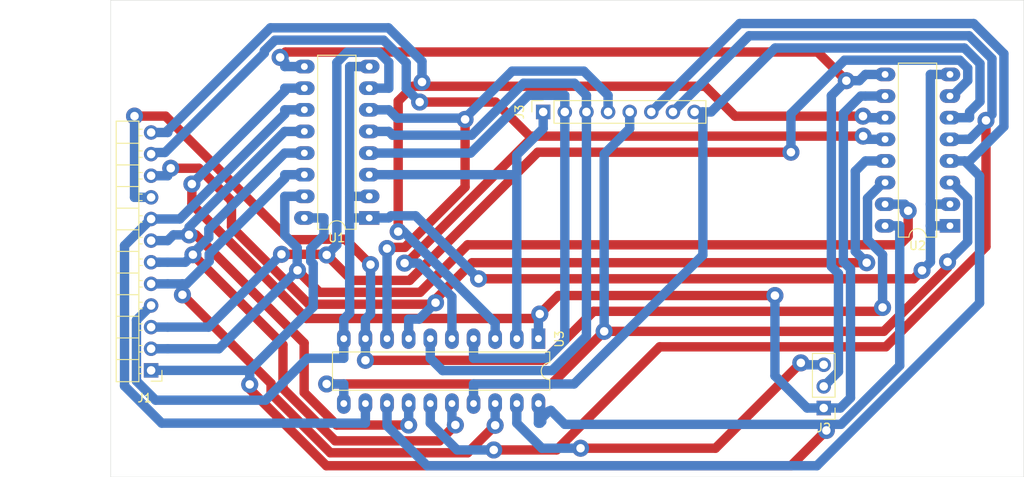
<source format=kicad_pcb>
(kicad_pcb (version 20240108) (generator "pcbnew") (generator_version "8.0")
  (layers (0 "F.Cu" signal) (31 "B.Cu" signal) (34 "B.Paste" user) (35 "F.Paste" user) (36 "B.SilkS" user "B.Silkscreen") (37 "F.SilkS" user "F.Silkscreen") (38 "B.Mask" user) (39 "F.Mask" user) (44 "Edge.Cuts" user))
  (net 0 "")
  (net 1 "/DBUS3")
  (net 2 "Net-(J1-VCC)")
  (net 3 "Net-(J1-GND)")
  (net 4 "Net-(J1-RST)")
  (net 5 "Net-(J1-CLK)")
  (net 6 "/DBUS1")
  (net 7 "/DBUS2")
  (net 8 "/DBUS7")
  (net 9 "Net-(J2-~{R_{out}})")
  (net 10 "/DBUS6")
  (net 11 "Net-(J2-~{EN})")
  (net 12 "Net-(J2-~{R_{in}})")
  (net 13 "/DBUS0")
  (net 14 "/DBUS5")
  (net 15 "/DBUS4")
  (net 16 "/ASYNC7")
  (net 17 "/ASYNC6")
  (net 18 "/ASYNC0")
  (net 19 "/ASYNC5")
  (net 20 "/ASYNC4")
  (net 21 "/ASYNC1")
  (net 22 "/ASYNC3")
  (net 23 "/ASYNC2")
  (footprint "Connector_PinHeader_2.54mm:PinHeader_1x03_P2.54mm_Vertical" (layer "F.Cu") (at 175 112.525 180)
    (property "Reference" "J2" (at 0 -2.33 0) (layer "F.SilkS"))
    (property "Value" "RegisterCtrl")
    (pad "1" thru_hole rect (at 0 0 180) (size 1.7 1.7) (drill 1) (layers "*.Cu" "*.Mask") (net 11 "Net-(J2-~{EN})"))
    (pad "2" thru_hole oval (at 0 2.54 180) (size 1.7 1.7) (drill 1) (layers "*.Cu" "*.Mask") (net 12 "Net-(J2-~{R_{in}})"))
    (pad "3" thru_hole oval (at 0 5.08 180) (size 1.7 1.7) (drill 1) (layers "*.Cu" "*.Mask") (net 9 "Net-(J2-~{R_{out}})"))
  )
  (footprint "Package_DIP:DIP-16_W7.62mm_LongPads" (layer "F.Cu") (at 121.62 90.2 180)
    (property "Reference" "U1" (at 3.81 -2.33 0) (layer "F.SilkS"))
    (property "Value" "74HC173")
    (pad "1" thru_hole rect (at 0 0 180) (size 2.4 1.6) (drill 0.8) (layers "*.Cu" "*.Mask") (net 3 "Net-(J1-GND)"))
    (pad "2" thru_hole oval (at 0 2.54 180) (size 2.4 1.6) (drill 0.8) (layers "*.Cu" "*.Mask") (net 3 "Net-(J1-GND)"))
    (pad "3" thru_hole oval (at 0 5.08 180) (size 2.4 1.6) (drill 0.8) (layers "*.Cu" "*.Mask") (net 18 "/ASYNC0"))
    (pad "4" thru_hole oval (at 0 7.62 180) (size 2.4 1.6) (drill 0.8) (layers "*.Cu" "*.Mask") (net 21 "/ASYNC1"))
    (pad "5" thru_hole oval (at 0 10.16 180) (size 2.4 1.6) (drill 0.8) (layers "*.Cu" "*.Mask") (net 23 "/ASYNC2"))
    (pad "6" thru_hole oval (at 0 12.7 180) (size 2.4 1.6) (drill 0.8) (layers "*.Cu" "*.Mask") (net 22 "/ASYNC3"))
    (pad "7" thru_hole oval (at 0 15.24 180) (size 2.4 1.6) (drill 0.8) (layers "*.Cu" "*.Mask") (net 5 "Net-(J1-CLK)"))
    (pad "8" thru_hole oval (at 0 17.78 180) (size 2.4 1.6) (drill 0.8) (layers "*.Cu" "*.Mask") (net 3 "Net-(J1-GND)"))
    (pad "9" thru_hole oval (at 7.62 17.78 180) (size 2.4 1.6) (drill 0.8) (layers "*.Cu" "*.Mask") (net 12 "Net-(J2-~{R_{in}})"))
    (pad "10" thru_hole oval (at 7.62 15.24 180) (size 2.4 1.6) (drill 0.8) (layers "*.Cu" "*.Mask") (net 11 "Net-(J2-~{EN})"))
    (pad "11" thru_hole oval (at 7.62 12.7 180) (size 2.4 1.6) (drill 0.8) (layers "*.Cu" "*.Mask") (net 1 "/DBUS3"))
    (pad "12" thru_hole oval (at 7.62 10.16 180) (size 2.4 1.6) (drill 0.8) (layers "*.Cu" "*.Mask") (net 7 "/DBUS2"))
    (pad "13" thru_hole oval (at 7.62 7.62 180) (size 2.4 1.6) (drill 0.8) (layers "*.Cu" "*.Mask") (net 6 "/DBUS1"))
    (pad "14" thru_hole oval (at 7.62 5.08 180) (size 2.4 1.6) (drill 0.8) (layers "*.Cu" "*.Mask") (net 13 "/DBUS0"))
    (pad "15" thru_hole oval (at 7.62 2.54 180) (size 2.4 1.6) (drill 0.8) (layers "*.Cu" "*.Mask") (net 4 "Net-(J1-RST)"))
    (pad "16" thru_hole oval (at 7.62 0 180) (size 2.4 1.6) (drill 0.8) (layers "*.Cu" "*.Mask") (net 2 "Net-(J1-VCC)"))
  )
  (footprint "Package_DIP:DIP-20_W7.62mm_LongPads" (layer "F.Cu") (at 141.49 104.38 -90)
    (property "Reference" "U3" (at 0.045 -2.455 90) (layer "F.SilkS"))
    (property "Value" "74LS244")
    (pad "1" thru_hole rect (at 0 0 270) (size 2.4 1.6) (drill 0.8) (layers "*.Cu" "*.Mask") (net 11 "Net-(J2-~{EN})"))
    (pad "2" thru_hole oval (at 0 2.54 270) (size 2.4 1.6) (drill 0.8) (layers "*.Cu" "*.Mask") (net 18 "/ASYNC0"))
    (pad "3" thru_hole oval (at 0 5.08 270) (size 2.4 1.6) (drill 0.8) (layers "*.Cu" "*.Mask") (net 8 "/DBUS7"))
    (pad "4" thru_hole oval (at 0 7.62 270) (size 2.4 1.6) (drill 0.8) (layers "*.Cu" "*.Mask") (net 21 "/ASYNC1"))
    (pad "5" thru_hole oval (at 0 10.16 270) (size 2.4 1.6) (drill 0.8) (layers "*.Cu" "*.Mask") (net 10 "/DBUS6"))
    (pad "6" thru_hole oval (at 0 12.7 270) (size 2.4 1.6) (drill 0.8) (layers "*.Cu" "*.Mask") (net 23 "/ASYNC2"))
    (pad "7" thru_hole oval (at 0 15.24 270) (size 2.4 1.6) (drill 0.8) (layers "*.Cu" "*.Mask") (net 14 "/DBUS5"))
    (pad "8" thru_hole oval (at 0 17.78 270) (size 2.4 1.6) (drill 0.8) (layers "*.Cu" "*.Mask") (net 22 "/ASYNC3"))
    (pad "9" thru_hole oval (at 0 20.32 270) (size 2.4 1.6) (drill 0.8) (layers "*.Cu" "*.Mask") (net 15 "/DBUS4"))
    (pad "10" thru_hole oval (at 0 22.86 270) (size 2.4 1.6) (drill 0.8) (layers "*.Cu" "*.Mask") (net 3 "Net-(J1-GND)"))
    (pad "11" thru_hole oval (at 7.62 22.86 270) (size 2.4 1.6) (drill 0.8) (layers "*.Cu" "*.Mask") (net 20 "/ASYNC4"))
    (pad "12" thru_hole oval (at 7.62 20.32 270) (size 2.4 1.6) (drill 0.8) (layers "*.Cu" "*.Mask") (net 1 "/DBUS3"))
    (pad "13" thru_hole oval (at 7.62 17.78 270) (size 2.4 1.6) (drill 0.8) (layers "*.Cu" "*.Mask") (net 19 "/ASYNC5"))
    (pad "14" thru_hole oval (at 7.62 15.24 270) (size 2.4 1.6) (drill 0.8) (layers "*.Cu" "*.Mask") (net 7 "/DBUS2"))
    (pad "15" thru_hole oval (at 7.62 12.7 270) (size 2.4 1.6) (drill 0.8) (layers "*.Cu" "*.Mask") (net 17 "/ASYNC6"))
    (pad "16" thru_hole oval (at 7.62 10.16 270) (size 2.4 1.6) (drill 0.8) (layers "*.Cu" "*.Mask") (net 6 "/DBUS1"))
    (pad "17" thru_hole oval (at 7.62 7.62 270) (size 2.4 1.6) (drill 0.8) (layers "*.Cu" "*.Mask") (net 16 "/ASYNC7"))
    (pad "18" thru_hole oval (at 7.62 5.08 270) (size 2.4 1.6) (drill 0.8) (layers "*.Cu" "*.Mask") (net 13 "/DBUS0"))
    (pad "19" thru_hole oval (at 7.62 2.54 270) (size 2.4 1.6) (drill 0.8) (layers "*.Cu" "*.Mask") (net 9 "Net-(J2-~{R_{out}})"))
    (pad "20" thru_hole oval (at 7.62 0 270) (size 2.4 1.6) (drill 0.8) (layers "*.Cu" "*.Mask") (net 2 "Net-(J1-VCC)"))
  )
  (footprint "LNCPU:RegisterPort" (layer "F.Cu") (at 96 108.1022 180)
    (property "Reference" "J1" (at 0.75 -3.25 0) (layer "F.SilkS"))
    (property "Value" "RegisterSocket (active-high reset)")
    (pad "1" thru_hole rect (at 0 0 180) (size 1.7 1.7) (drill 1) (layers "*.Cu" "*.Mask") (net 2 "Net-(J1-VCC)"))
    (pad "2" thru_hole oval (at 0 2.54 180) (size 1.7 1.7) (drill 1) (layers "*.Cu" "*.Mask") (net 4 "Net-(J1-RST)"))
    (pad "3" thru_hole oval (at 0 5.08 180) (size 1.7 1.7) (drill 1) (layers "*.Cu" "*.Mask") (net 5 "Net-(J1-CLK)"))
    (pad "4" thru_hole oval (at 0 7.62 180) (size 1.7 1.7) (drill 1) (layers "*.Cu" "*.Mask") (net 3 "Net-(J1-GND)"))
    (pad "5" thru_hole oval (at 0 10.16 180) (size 1.7 1.7) (drill 1) (layers "*.Cu" "*.Mask") (net 13 "/DBUS0"))
    (pad "6" thru_hole oval (at 0 12.7 180) (size 1.7 1.7) (drill 1) (layers "*.Cu" "*.Mask") (net 6 "/DBUS1"))
    (pad "7" thru_hole oval (at 0 15.24 180) (size 1.7 1.7) (drill 1) (layers "*.Cu" "*.Mask") (net 7 "/DBUS2"))
    (pad "8" thru_hole oval (at 0 17.78 180) (size 1.7 1.7) (drill 1) (layers "*.Cu" "*.Mask") (net 1 "/DBUS3"))
    (pad "9" thru_hole oval (at 0 20.32 180) (size 1.7 1.7) (drill 1) (layers "*.Cu" "*.Mask") (net 15 "/DBUS4"))
    (pad "10" thru_hole oval (at 0 22.86 180) (size 1.7 1.7) (drill 1) (layers "*.Cu" "*.Mask") (net 14 "/DBUS5"))
    (pad "11" thru_hole oval (at 0 25.4 180) (size 1.7 1.7) (drill 1) (layers "*.Cu" "*.Mask") (net 10 "/DBUS6"))
    (pad "12" thru_hole oval (at 0 27.94 180) (size 1.7 1.7) (drill 1) (layers "*.Cu" "*.Mask") (net 8 "/DBUS7"))
  )
  (footprint "Package_DIP:DIP-16_W7.62mm_LongPads" (layer "F.Cu") (at 189.825 91.125 180)
    (property "Reference" "U2" (at 3.81 -2.33 0) (layer "F.SilkS"))
    (property "Value" "74HC173")
    (pad "1" thru_hole rect (at 0 0 180) (size 2.4 1.6) (drill 0.8) (layers "*.Cu" "*.Mask") (net 3 "Net-(J1-GND)"))
    (pad "2" thru_hole oval (at 0 2.54 180) (size 2.4 1.6) (drill 0.8) (layers "*.Cu" "*.Mask") (net 3 "Net-(J1-GND)"))
    (pad "3" thru_hole oval (at 0 5.08 180) (size 2.4 1.6) (drill 0.8) (layers "*.Cu" "*.Mask") (net 20 "/ASYNC4"))
    (pad "4" thru_hole oval (at 0 7.62 180) (size 2.4 1.6) (drill 0.8) (layers "*.Cu" "*.Mask") (net 19 "/ASYNC5"))
    (pad "5" thru_hole oval (at 0 10.16 180) (size 2.4 1.6) (drill 0.8) (layers "*.Cu" "*.Mask") (net 17 "/ASYNC6"))
    (pad "6" thru_hole oval (at 0 12.7 180) (size 2.4 1.6) (drill 0.8) (layers "*.Cu" "*.Mask") (net 16 "/ASYNC7"))
    (pad "7" thru_hole oval (at 0 15.24 180) (size 2.4 1.6) (drill 0.8) (layers "*.Cu" "*.Mask") (net 5 "Net-(J1-CLK)"))
    (pad "8" thru_hole oval (at 0 17.78 180) (size 2.4 1.6) (drill 0.8) (layers "*.Cu" "*.Mask") (net 3 "Net-(J1-GND)"))
    (pad "9" thru_hole oval (at 7.62 17.78 180) (size 2.4 1.6) (drill 0.8) (layers "*.Cu" "*.Mask") (net 12 "Net-(J2-~{R_{in}})"))
    (pad "10" thru_hole oval (at 7.62 15.24 180) (size 2.4 1.6) (drill 0.8) (layers "*.Cu" "*.Mask") (net 11 "Net-(J2-~{EN})"))
    (pad "11" thru_hole oval (at 7.62 12.7 180) (size 2.4 1.6) (drill 0.8) (layers "*.Cu" "*.Mask") (net 8 "/DBUS7"))
    (pad "12" thru_hole oval (at 7.62 10.16 180) (size 2.4 1.6) (drill 0.8) (layers "*.Cu" "*.Mask") (net 10 "/DBUS6"))
    (pad "13" thru_hole oval (at 7.62 7.62 180) (size 2.4 1.6) (drill 0.8) (layers "*.Cu" "*.Mask") (net 14 "/DBUS5"))
    (pad "14" thru_hole oval (at 7.62 5.08 180) (size 2.4 1.6) (drill 0.8) (layers "*.Cu" "*.Mask") (net 15 "/DBUS4"))
    (pad "15" thru_hole oval (at 7.62 2.54 180) (size 2.4 1.6) (drill 0.8) (layers "*.Cu" "*.Mask") (net 4 "Net-(J1-RST)"))
    (pad "16" thru_hole oval (at 7.62 0 180) (size 2.4 1.6) (drill 0.8) (layers "*.Cu" "*.Mask") (net 2 "Net-(J1-VCC)"))
  )
  (footprint "Connector_PinSocket_2.54mm:PinSocket_1x08_P2.54mm_Vertical" (layer "F.Cu") (at 142.05 77.75 90)
    (property "Reference" "J3" (at 0 -2.77 90) (layer "F.SilkS"))
    (property "Value" "ASYNC_{out}")
    (pad "1" thru_hole rect (at 0 0 90) (size 1.7 1.7) (drill 1) (layers "*.Cu" "*.Mask") (net 18 "/ASYNC0"))
    (pad "2" thru_hole oval (at 0 2.54 90) (size 1.7 1.7) (drill 1) (layers "*.Cu" "*.Mask") (net 21 "/ASYNC1"))
    (pad "3" thru_hole oval (at 0 5.08 90) (size 1.7 1.7) (drill 1) (layers "*.Cu" "*.Mask") (net 23 "/ASYNC2"))
    (pad "4" thru_hole oval (at 0 7.62 90) (size 1.7 1.7) (drill 1) (layers "*.Cu" "*.Mask") (net 22 "/ASYNC3"))
    (pad "5" thru_hole oval (at 0 10.16 90) (size 1.7 1.7) (drill 1) (layers "*.Cu" "*.Mask") (net 20 "/ASYNC4"))
    (pad "6" thru_hole oval (at 0 12.7 90) (size 1.7 1.7) (drill 1) (layers "*.Cu" "*.Mask") (net 19 "/ASYNC5"))
    (pad "7" thru_hole oval (at 0 15.24 90) (size 1.7 1.7) (drill 1) (layers "*.Cu" "*.Mask") (net 17 "/ASYNC6"))
    (pad "8" thru_hole oval (at 0 17.78 90) (size 1.7 1.7) (drill 1) (layers "*.Cu" "*.Mask") (net 16 "/ASYNC7"))
  )
  (gr_rect (start 91.25 64.6272) (end 198.5 120.6272) (stroke (width 0.05)) (fill none) (layer "Edge.Cuts"))
  (segment (start 92.8778 109.9345) (end 97.2433 114.3) (width 1.1) (layer "B.Cu") (net 1))
  (segment (start 111.7 77.5) (end 111.7 77.991) (width 1.1) (layer "B.Cu") (net 1))
  (segment (start 96 90.3222) (end 92.8778 93.4444) (width 1.1) (layer "B.Cu") (net 1))
  (segment (start 99.3688 90.3222) (end 96 90.3222) (width 1.1) (layer "B.Cu") (net 1))
  (segment (start 121.17 112) (end 121.17 114.3) (width 1.1) (layer "B.Cu") (net 1))
  (segment (start 92.8778 93.4444) (end 92.8778 109.9345) (width 1.1) (layer "B.Cu") (net 1))
  (segment (start 111.7 77.991) (end 99.3688 90.3222) (width 1.1) (layer "B.Cu") (net 1))
  (segment (start 97.2433 114.3) (end 121.17 114.3) (width 1.1) (layer "B.Cu") (net 1))
  (segment (start 114 77.5) (end 111.7 77.5) (width 1.1) (layer "B.Cu") (net 1))
  (segment (start 116.5865 119.3013) (end 171.1636 119.3013) (width 1.1) (layer "F.Cu") (net 2))
  (segment (start 107.5811 110.2959) (end 116.5865 119.3013) (width 1.1) (layer "F.Cu") (net 2))
  (segment (start 107.5811 109.7508) (end 107.5811 110.2959) (width 1.1) (layer "F.Cu") (net 2))
  (segment (start 171.1636 119.3013) (end 175.3062 115.1587) (width 1.1) (layer "F.Cu") (net 2))
  (via (at 107.5811 109.7508) (size 2) (drill 1) (layers "F.Cu" "B.Cu") (net 2))
  (via (at 175.3062 115.1587) (size 2) (drill 1) (layers "F.Cu" "B.Cu") (net 2))
  (segment (start 114.743 93.809) (end 116.3 92.252) (width 1.1) (layer "B.Cu") (net 2))
  (segment (start 177.0296 114.4406) (end 175.3062 114.4406) (width 1.1) (layer "B.Cu") (net 2))
  (segment (start 144.5875 114.4406) (end 142.953 112.8061) (width 1.1) (layer "B.Cu") (net 2))
  (segment (start 116.3 92.252) (end 116.3 90.2) (width 1.1) (layer "B.Cu") (net 2))
  (segment (start 175.3062 115.1587) (end 175.3062 114.4406) (width 1.1) (layer "B.Cu") (net 2))
  (segment (start 115.825 90.2) (end 116.0502 90.2) (width 1.1) (layer "B.Cu") (net 2))
  (segment (start 114.743 95.2864) (end 114.743 93.809) (width 1.1) (layer "B.Cu") (net 2))
  (segment (start 142.9529 112.8061) (end 142.8607 112.8983) (width 1.1) (layer "B.Cu") (net 2))
  (segment (start 115.0439 95.5873) (end 114.743 95.2864) (width 1.1) (layer "B.Cu") (net 2))
  (segment (start 107.5811 108.1022) (end 107.5811 109.7508) (width 1.1) (layer "B.Cu") (net 2))
  (segment (start 141.6849 114.3) (end 141.49 114.3) (width 1.1) (layer "B.Cu") (net 2))
  (segment (start 141.8797 113.7194) (end 141.8797 114.1052) (width 1.1) (layer "B.Cu") (net 2))
  (segment (start 142.953 112.8061) (end 142.9529 112.8061) (width 1.1) (layer "B.Cu") (net 2))
  (segment (start 183.9244 91.125) (end 183.9244 107.5458) (width 1.1) (layer "B.Cu") (net 2))
  (segment (start 107.5811 108.1022) (end 115.0439 100.6394) (width 1.1) (layer "B.Cu") (net 2))
  (segment (start 141.49 112) (end 141.49 114.3) (width 1.1) (layer "B.Cu") (net 2))
  (segment (start 142.7008 112.8983) (end 141.8797 113.7194) (width 1.1) (layer "B.Cu") (net 2))
  (segment (start 141.8797 114.1052) (end 141.6849 114.3) (width 1.1) (layer "B.Cu") (net 2))
  (segment (start 116.0502 90.2) (end 116.3 90.2) (width 1.1) (layer "B.Cu") (net 2))
  (segment (start 182.205 91.125) (end 183.9244 91.125) (width 1.1) (layer "B.Cu") (net 2))
  (segment (start 96 108.1022) (end 107.5811 108.1022) (width 1.1) (layer "B.Cu") (net 2))
  (segment (start 142.8607 112.8983) (end 142.7008 112.8983) (width 1.1) (layer "B.Cu") (net 2))
  (segment (start 115.0439 100.6394) (end 115.0439 95.5873) (width 1.1) (layer "B.Cu") (net 2))
  (segment (start 175.3062 114.4406) (end 144.5875 114.4406) (width 1.1) (layer "B.Cu") (net 2))
  (segment (start 183.9244 107.5458) (end 177.0296 114.4406) (width 1.1) (layer "B.Cu") (net 2))
  (segment (start 114 90.2) (end 115.825 90.2) (width 1.1) (layer "B.Cu") (net 2))
  (segment (start 134.4614 97.3469) (end 185.5629 97.3469) (width 1.1) (layer "F.Cu") (net 3))
  (segment (start 185.5629 97.3469) (end 186.5477 96.3621) (width 1.1) (layer "F.Cu") (net 3))
  (via (at 134.4614 97.3469) (size 2) (drill 1) (layers "F.Cu" "B.Cu") (net 3))
  (via (at 186.5477 96.3621) (size 2) (drill 1) (layers "F.Cu" "B.Cu") (net 3))
  (segment (start 187.525 91.1175) (end 187.5325 91.125) (width 1.1) (layer "B.Cu") (net 3))
  (segment (start 96 100.4822) (end 94.2795 102.2027) (width 1.1) (layer "B.Cu") (net 3))
  (segment (start 94.2795 109.3539) (end 96.5281 111.6025) (width 1.1) (layer "B.Cu") (net 3))
  (segment (start 189.4268 88.585) (end 189.825 88.585) (width 1.1) (layer "B.Cu") (net 3))
  (segment (start 187.5325 91.125) (end 187.5325 95.3773) (width 1.1) (layer "B.Cu") (net 3))
  (segment (start 119.5198 87.66) (end 119.32 87.66) (width 1.1) (layer "B.Cu") (net 3))
  (segment (start 119.5198 87.66) (end 119.32 87.4602) (width 1.1) (layer "B.Cu") (net 3))
  (segment (start 121.62 90.2) (end 123.92 90.2) (width 1.1) (layer "B.Cu") (net 3))
  (segment (start 127.0645 89.95) (end 134.4614 97.3469) (width 1.1) (layer "B.Cu") (net 3))
  (segment (start 121.62 90.2) (end 119.32 90.2) (width 1.1) (layer "B.Cu") (net 3))
  (segment (start 118.63 104.38) (end 118.63 106.68) (width 1.1) (layer "B.Cu") (net 3))
  (segment (start 119.32 90.2) (end 119.32 101.39) (width 1.1) (layer "B.Cu") (net 3))
  (segment (start 123.92 90.2) (end 124.17 89.95) (width 1.1) (layer "B.Cu") (net 3))
  (segment (start 120.47 72.42) (end 119.32 72.42) (width 1.1) (layer "B.Cu") (net 3))
  (segment (start 118.63 104.38) (end 118.63 102.08) (width 1.1) (layer "B.Cu") (net 3))
  (segment (start 94.2795 102.2027) (end 94.2795 109.3539) (width 1.1) (layer "B.Cu") (net 3))
  (segment (start 121.62 87.66) (end 119.5198 87.66) (width 1.1) (layer "B.Cu") (net 3))
  (segment (start 189.825 91.125) (end 187.5325 91.125) (width 1.1) (layer "B.Cu") (net 3))
  (segment (start 119.32 101.39) (end 118.63 102.08) (width 1.1) (layer "B.Cu") (net 3))
  (segment (start 96.5281 111.6025) (end 109.4403 111.6025) (width 1.1) (layer "B.Cu") (net 3))
  (segment (start 189.825 73.345) (end 187.525 73.345) (width 1.1) (layer "B.Cu") (net 3))
  (segment (start 187.525 88.585) (end 187.525 73.345) (width 1.1) (layer "B.Cu") (net 3))
  (segment (start 187.5325 95.3773) (end 186.5477 96.3621) (width 1.1) (layer "B.Cu") (net 3))
  (segment (start 189.4268 88.585) (end 187.525 88.585) (width 1.1) (layer "B.Cu") (net 3))
  (segment (start 119.32 87.4602) (end 119.32 72.42) (width 1.1) (layer "B.Cu") (net 3))
  (segment (start 109.4403 111.6025) (end 114.3628 106.68) (width 1.1) (layer "B.Cu") (net 3))
  (segment (start 114.3628 106.68) (end 118.63 106.68) (width 1.1) (layer "B.Cu") (net 3))
  (segment (start 124.17 89.95) (end 127.0645 89.95) (width 1.1) (layer "B.Cu") (net 3))
  (segment (start 120.47 72.42) (end 121.62 72.42) (width 1.1) (layer "B.Cu") (net 3))
  (segment (start 119.32 90.2) (end 119.32 87.66) (width 1.1) (layer "B.Cu") (net 3))
  (segment (start 187.525 88.585) (end 187.525 91.1175) (width 1.1) (layer "B.Cu") (net 3))
  (segment (start 127.5932 98.9343) (end 115.7721 98.9343) (width 1.1) (layer "F.Cu") (net 4))
  (segment (start 115.7721 98.9343) (end 113.1922 96.3544) (width 1.1) (layer "F.Cu") (net 4))
  (segment (start 184.9155 92.3505) (end 183.9106 93.3554) (width 1.1) (layer "F.Cu") (net 4))
  (segment (start 183.9106 93.3554) (end 133.1721 93.3554) (width 1.1) (layer "F.Cu") (net 4))
  (segment (start 133.1721 93.3554) (end 127.5932 98.9343) (width 1.1) (layer "F.Cu") (net 4))
  (segment (start 184.9155 89.3594) (end 184.9155 92.3505) (width 1.1) (layer "F.Cu") (net 4))
  (via (at 113.1922 96.3544) (size 2) (drill 1) (layers "F.Cu" "B.Cu") (net 4))
  (via (at 184.9155 89.3594) (size 2) (drill 1) (layers "F.Cu" "B.Cu") (net 4))
  (segment (start 184.9155 88.9955) (end 184.9155 89.3594) (width 1.1) (layer "B.Cu") (net 4))
  (segment (start 114 87.66) (end 111.7 87.66) (width 1.1) (layer "B.Cu") (net 4))
  (segment (start 111.7 92.2435) (end 111.7 87.66) (width 1.1) (layer "B.Cu") (net 4))
  (segment (start 113.1608 93.7043) (end 111.7 92.2435) (width 1.1) (layer "B.Cu") (net 4))
  (segment (start 97.95 105.5622) (end 103.953 105.5622) (width 1.1) (layer "B.Cu") (net 4))
  (segment (start 113.1608 96.3544) (end 113.1608 93.7043) (width 1.1) (layer "B.Cu") (net 4))
  (segment (start 96.5 105.5622) (end 97.95 105.5622) (width 1.1) (layer "B.Cu") (net 4))
  (segment (start 184.505 88.585) (end 184.9155 88.9955) (width 1.1) (layer "B.Cu") (net 4))
  (segment (start 96.5 105.5622) (end 96 105.5622) (width 1.1) (layer "B.Cu") (net 4))
  (segment (start 103.953 105.5622) (end 113.1608 96.3544) (width 1.1) (layer "B.Cu") (net 4))
  (segment (start 182.205 88.585) (end 184.505 88.585) (width 1.1) (layer "B.Cu") (net 4))
  (segment (start 113.1608 96.3544) (end 113.1922 96.3544) (width 1.1) (layer "B.Cu") (net 4))
  (segment (start 116.5469 94.4714) (end 111.3091 94.4714) (width 1.1) (layer "F.Cu") (net 5))
  (segment (start 126.3647 97.5326) (end 141.4177 82.4796) (width 1.1) (layer "F.Cu") (net 5))
  (segment (start 141.4177 82.4796) (end 171.1471 82.4796) (width 1.1) (layer "F.Cu") (net 5))
  (segment (start 116.6242 94.5487) (end 116.5469 94.4714) (width 1.1) (layer "F.Cu") (net 5))
  (segment (start 119.6081 97.5326) (end 126.3647 97.5326) (width 1.1) (layer "F.Cu") (net 5))
  (segment (start 116.6242 94.5487) (end 119.6081 97.5326) (width 1.1) (layer "F.Cu") (net 5))
  (via (at 116.6242 94.5487) (size 2) (drill 1) (layers "F.Cu" "B.Cu") (net 5))
  (via (at 111.3091 94.4714) (size 2) (drill 1) (layers "F.Cu" "B.Cu") (net 5))
  (via (at 171.1471 82.4796) (size 2) (drill 1) (layers "F.Cu" "B.Cu") (net 5))
  (segment (start 123.92 71.9205) (end 123.92 74.96) (width 1.1) (layer "B.Cu") (net 5))
  (segment (start 171.1471 77.9674) (end 171.1471 82.4796) (width 1.1) (layer "B.Cu") (net 5))
  (segment (start 190.965 71.6694) (end 177.4451 71.6694) (width 1.1) (layer "B.Cu") (net 5))
  (segment (start 190.0935 75.885) (end 191.9108 74.0677) (width 1.1) (layer "B.Cu") (net 5))
  (segment (start 191.9108 74.0677) (end 191.9108 72.6152) (width 1.1) (layer "B.Cu") (net 5))
  (segment (start 191.9108 72.6152) (end 190.965 71.6694) (width 1.1) (layer "B.Cu") (net 5))
  (segment (start 117.8114 93.3615) (end 117.8114 71.9458) (width 1.1) (layer "B.Cu") (net 5))
  (segment (start 102.7583 103.0222) (end 111.3091 94.4714) (width 1.1) (layer "B.Cu") (net 5))
  (segment (start 119.0117 70.7455) (end 122.745 70.7455) (width 1.1) (layer "B.Cu") (net 5))
  (segment (start 96 103.0222) (end 97.95 103.0222) (width 1.1) (layer "B.Cu") (net 5))
  (segment (start 117.8114 71.9458) (end 119.0117 70.7455) (width 1.1) (layer "B.Cu") (net 5))
  (segment (start 122.745 70.7455) (end 123.92 71.9205) (width 1.1) (layer "B.Cu") (net 5))
  (segment (start 177.4451 71.6694) (end 171.1471 77.9674) (width 1.1) (layer "B.Cu") (net 5))
  (segment (start 121.62 74.96) (end 123.92 74.96) (width 1.1) (layer "B.Cu") (net 5))
  (segment (start 189.825 75.885) (end 190.0935 75.885) (width 1.1) (layer "B.Cu") (net 5))
  (segment (start 97.95 103.0222) (end 102.7583 103.0222) (width 1.1) (layer "B.Cu") (net 5))
  (segment (start 116.6242 94.5487) (end 117.8114 93.3615) (width 1.1) (layer "B.Cu") (net 5))
  (segment (start 117.6302 116.3804) (end 111.4888 110.239) (width 1.1) (layer "F.Cu") (net 6))
  (segment (start 129.8705 116.3804) (end 117.6302 116.3804) (width 1.1) (layer "F.Cu") (net 6))
  (segment (start 111.4888 110.239) (end 111.4888 105.0991) (width 1.1) (layer "F.Cu") (net 6))
  (segment (start 131.7357 114.5152) (end 129.8705 116.3804) (width 1.1) (layer "F.Cu") (net 6))
  (segment (start 111.4888 105.0991) (end 100.9066 94.5169) (width 1.1) (layer "F.Cu") (net 6))
  (via (at 100.9066 94.5169) (size 2) (drill 1) (layers "F.Cu" "B.Cu") (net 6))
  (via (at 131.7357 114.5152) (size 2) (drill 1) (layers "F.Cu" "B.Cu") (net 6))
  (segment (start 114 82.58) (end 111.7 82.58) (width 1.1) (layer "B.Cu") (net 6))
  (segment (start 96.975 95.4022) (end 96.1258 95.4022) (width 1.1) (layer "B.Cu") (net 6))
  (segment (start 102.7754 91.5046) (end 102.7754 92.4999) (width 1.1) (layer "B.Cu") (net 6))
  (segment (start 96 95.4022) (end 96.1258 95.4022) (width 1.1) (layer "B.Cu") (net 6))
  (segment (start 100.9066 94.3687) (end 100.9066 94.5169) (width 1.1) (layer "B.Cu") (net 6))
  (segment (start 96.975 95.4022) (end 97.95 95.4022) (width 1.1) (layer "B.Cu") (net 6))
  (segment (start 131.33 112) (end 131.33 114.3) (width 1.1) (layer "B.Cu") (net 6))
  (segment (start 131.33 114.3) (end 131.5205 114.3) (width 1.1) (layer "B.Cu") (net 6))
  (segment (start 100.0213 95.4022) (end 100.9066 94.5169) (width 1.1) (layer "B.Cu") (net 6))
  (segment (start 131.5205 114.3) (end 131.7357 114.5152) (width 1.1) (layer "B.Cu") (net 6))
  (segment (start 111.7 82.58) (end 102.7754 91.5046) (width 1.1) (layer "B.Cu") (net 6))
  (segment (start 102.7754 92.4999) (end 100.9066 94.3687) (width 1.1) (layer "B.Cu") (net 6))
  (segment (start 97.95 95.4022) (end 100.0213 95.4022) (width 1.1) (layer "B.Cu") (net 6))
  (segment (start 113.9751 110.7011) (end 117.799 114.525) (width 1.1) (layer "F.Cu") (net 7))
  (segment (start 101.2603 92.1852) (end 113.9751 104.9) (width 1.1) (layer "F.Cu") (net 7))
  (segment (start 113.9751 104.9) (end 113.9751 110.7011) (width 1.1) (layer "F.Cu") (net 7))
  (segment (start 100.4571 92.1852) (end 101.2603 92.1852) (width 1.1) (layer "F.Cu") (net 7))
  (segment (start 117.799 114.525) (end 126.25 114.525) (width 1.1) (layer "F.Cu") (net 7))
  (via (at 126.25 114.525) (size 2) (drill 1) (layers "F.Cu" "B.Cu") (net 7))
  (via (at 100.4571 92.1852) (size 2) (drill 1) (layers "F.Cu" "B.Cu") (net 7))
  (segment (start 114 80.04) (end 111.7 80.04) (width 1.1) (layer "B.Cu") (net 7))
  (segment (start 100.4571 91.2829) (end 111.7 80.04) (width 1.1) (layer "B.Cu") (net 7))
  (segment (start 97.95 92.8622) (end 98.627 92.1852) (width 1.1) (layer "B.Cu") (net 7))
  (segment (start 98.627 92.1852) (end 100.4571 92.1852) (width 1.1) (layer "B.Cu") (net 7))
  (segment (start 100.4571 92.1852) (end 100.4571 91.2829) (width 1.1) (layer "B.Cu") (net 7))
  (segment (start 126.25 112) (end 126.25 114.525) (width 1.1) (layer "B.Cu") (net 7))
  (segment (start 96 92.8622) (end 97.95 92.8622) (width 1.1) (layer "B.Cu") (net 7))
  (segment (start 127.8168 74.7318) (end 127.8168 74.2332) (width 1.1) (layer "F.Cu") (net 8))
  (segment (start 126.7635 74.7318) (end 125.0185 76.4768) (width 1.1) (layer "F.Cu") (net 8))
  (segment (start 127.8168 74.7318) (end 126.7635 74.7318) (width 1.1) (layer "F.Cu") (net 8))
  (segment (start 164.5901 78.247) (end 161.0749 74.7318) (width 1.1) (layer "F.Cu") (net 8))
  (segment (start 179.6092 78.247) (end 164.5901 78.247) (width 1.1) (layer "F.Cu") (net 8))
  (segment (start 161.0749 74.7318) (end 127.8168 74.7318) (width 1.1) (layer "F.Cu") (net 8))
  (segment (start 125.0185 76.4768) (end 125.0185 91.8033) (width 1.1) (layer "F.Cu") (net 8))
  (via (at 127.8168 74.2332) (size 2) (drill 1) (layers "F.Cu" "B.Cu") (net 8))
  (via (at 125.0185 91.8033) (size 2) (drill 1) (layers "F.Cu" "B.Cu") (net 8))
  (via (at 179.6092 78.247) (size 2) (drill 1) (layers "F.Cu" "B.Cu") (net 8))
  (segment (start 136.41 104.38) (end 136.41 102.555) (width 1.1) (layer "B.Cu") (net 8))
  (segment (start 127.8168 71.8123) (end 127.8168 74.2332) (width 1.1) (layer "B.Cu") (net 8))
  (segment (start 136.41 102.555) (end 125.6583 91.8033) (width 1.1) (layer "B.Cu") (net 8))
  (segment (start 97.95 79.9349) (end 110.014 67.8709) (width 1.1) (layer "B.Cu") (net 8))
  (segment (start 97.95 80.1622) (end 97.95 79.9349) (width 1.1) (layer "B.Cu") (net 8))
  (segment (start 110.014 67.8709) (end 123.8754 67.8709) (width 1.1) (layer "B.Cu") (net 8))
  (segment (start 125.6583 91.8033) (end 125.0185 91.8033) (width 1.1) (layer "B.Cu") (net 8))
  (segment (start 182.205 78.425) (end 179.7872 78.425) (width 1.1) (layer "B.Cu") (net 8))
  (segment (start 179.7872 78.425) (end 179.6092 78.247) (width 1.1) (layer "B.Cu") (net 8))
  (segment (start 96 80.1622) (end 97.95 80.1622) (width 1.1) (layer "B.Cu") (net 8))
  (segment (start 123.8754 67.8709) (end 127.8168 71.8123) (width 1.1) (layer "B.Cu") (net 8))
  (segment (start 146.4402 117.2471) (end 162.2835 117.2471) (width 1.1) (layer "F.Cu") (net 9))
  (segment (start 162.2835 117.2471) (end 172.3095 107.2211) (width 1.1) (layer "F.Cu") (net 9))
  (via (at 146.4402 117.2471) (size 2) (drill 1) (layers "F.Cu" "B.Cu") (net 9))
  (via (at 172.3095 107.2211) (size 2) (drill 1) (layers "F.Cu" "B.Cu") (net 9))
  (segment (start 141.8972 117.247) (end 146.4402 117.247) (width 1.1) (layer "B.Cu") (net 9))
  (segment (start 172.8261 107.2211) (end 173.05 107.445) (width 1.1) (layer "B.Cu") (net 9))
  (segment (start 138.95 114.2998) (end 141.8972 117.247) (width 1.1) (layer "B.Cu") (net 9))
  (segment (start 138.95 112) (end 138.95 114.2998) (width 1.1) (layer "B.Cu") (net 9))
  (segment (start 146.4402 117.247) (end 146.4402 117.2471) (width 1.1) (layer "B.Cu") (net 9))
  (segment (start 175 107.445) (end 173.05 107.445) (width 1.1) (layer "B.Cu") (net 9))
  (segment (start 172.3095 107.2211) (end 172.8261 107.2211) (width 1.1) (layer "B.Cu") (net 9))
  (segment (start 126.0084 95.5068) (end 140.6295 80.8857) (width 1.1) (layer "F.Cu") (net 10))
  (segment (start 136.4527 76.5892) (end 127.5433 76.5892) (width 1.1) (layer "F.Cu") (net 10))
  (segment (start 140.8023 80.5932) (end 179.6317 80.5932) (width 1.1) (layer "F.Cu") (net 10))
  (segment (start 140.6295 80.766) (end 136.4527 76.5892) (width 1.1) (layer "F.Cu") (net 10))
  (segment (start 140.6295 80.766) (end 140.8023 80.5932) (width 1.1) (layer "F.Cu") (net 10))
  (segment (start 140.6295 80.8857) (end 140.6295 80.766) (width 1.1) (layer "F.Cu") (net 10))
  (segment (start 125.7717 95.5068) (end 126.0084 95.5068) (width 1.1) (layer "F.Cu") (net 10))
  (via (at 125.7717 95.5068) (size 2) (drill 1) (layers "F.Cu" "B.Cu") (net 10))
  (via (at 179.6317 80.5932) (size 2) (drill 1) (layers "F.Cu" "B.Cu") (net 10))
  (via (at 127.5433 76.5892) (size 2) (drill 1) (layers "F.Cu" "B.Cu") (net 10))
  (segment (start 181.8068 80.965) (end 179.905 80.965) (width 1.1) (layer "B.Cu") (net 10))
  (segment (start 109.3012 70.5721) (end 110.5567 69.3166) (width 1.1) (layer "B.Cu") (net 10))
  (segment (start 127.3763 95.5068) (end 125.7717 95.5068) (width 1.1) (layer "B.Cu") (net 10))
  (segment (start 109.3012 70.8383) (end 109.3012 70.5721) (width 1.1) (layer "B.Cu") (net 10))
  (segment (start 179.905 80.965) (end 179.6317 80.6917) (width 1.1) (layer "B.Cu") (net 10))
  (segment (start 97.6289 82.5106) (end 109.3012 70.8383) (width 1.1) (layer "B.Cu") (net 10))
  (segment (start 179.6317 80.6917) (end 179.6317 80.5932) (width 1.1) (layer "B.Cu") (net 10))
  (segment (start 96.1916 82.5106) (end 97.6289 82.5106) (width 1.1) (layer "B.Cu") (net 10))
  (segment (start 181.8068 80.965) (end 182.205 80.965) (width 1.1) (layer "B.Cu") (net 10))
  (segment (start 110.5567 69.3166) (end 123.3012 69.3166) (width 1.1) (layer "B.Cu") (net 10))
  (segment (start 131.33 99.4605) (end 127.3763 95.5068) (width 1.1) (layer "B.Cu") (net 10))
  (segment (start 125.9651 71.9805) (end 125.9651 75.011) (width 1.1) (layer "B.Cu") (net 10))
  (segment (start 123.3012 69.3166) (end 125.9651 71.9805) (width 1.1) (layer "B.Cu") (net 10))
  (segment (start 131.33 104.38) (end 131.33 99.4605) (width 1.1) (layer "B.Cu") (net 10))
  (segment (start 125.9651 75.011) (end 127.5433 76.5892) (width 1.1) (layer "B.Cu") (net 10))
  (segment (start 96 82.7022) (end 96.1916 82.5106) (width 1.1) (layer "B.Cu") (net 10))
  (segment (start 100.7881 88.5724) (end 114.2238 102.0081) (width 1.1) (layer "F.Cu") (net 11))
  (segment (start 141.1227 102.0081) (end 141.649 101.4818) (width 1.1) (layer "F.Cu") (net 11))
  (segment (start 141.649 101.4818) (end 143.817 99.3138) (width 1.1) (layer "F.Cu") (net 11))
  (segment (start 114.2238 102.0081) (end 141.1227 102.0081) (width 1.1) (layer "F.Cu") (net 11))
  (segment (start 100.7881 86.2172) (end 100.7881 88.5724) (width 1.1) (layer "F.Cu") (net 11))
  (segment (start 143.817 99.3138) (end 169.2682 99.3138) (width 1.1) (layer "F.Cu") (net 11))
  (via (at 141.649 101.4818) (size 2) (drill 1) (layers "F.Cu" "B.Cu") (net 11))
  (via (at 100.7881 86.2172) (size 2) (drill 1) (layers "F.Cu" "B.Cu") (net 11))
  (via (at 169.2682 99.3138) (size 2) (drill 1) (layers "F.Cu" "B.Cu") (net 11))
  (segment (start 181.8068 75.885) (end 182.205 75.885) (width 1.1) (layer "B.Cu") (net 11))
  (segment (start 111.7 74.96) (end 111.7 75.3053) (width 1.1) (layer "B.Cu") (net 11))
  (segment (start 178.1429 111.3321) (end 176.95 112.525) (width 1.1) (layer "B.Cu") (net 11))
  (segment (start 169.2682 108.7432) (end 169.2682 99.3138) (width 1.1) (layer "B.Cu") (net 11))
  (segment (start 175.5629 112.525) (end 176.95 112.525) (width 1.1) (layer "B.Cu") (net 11))
  (segment (start 181.8068 75.885) (end 179.905 75.885) (width 1.1) (layer "B.Cu") (net 11))
  (segment (start 178.1429 96.1644) (end 178.1429 111.3321) (width 1.1) (layer "B.Cu") (net 11))
  (segment (start 175.5629 112.525) (end 175 112.525) (width 1.1) (layer "B.Cu") (net 11))
  (segment (start 111.7 75.3053) (end 100.7881 86.2172) (width 1.1) (layer "B.Cu") (net 11))
  (segment (start 179.3525 75.885) (end 177.3041 77.9334) (width 1.1) (layer "B.Cu") (net 11))
  (segment (start 141.649 101.921) (end 141.649 101.4818) (width 1.1) (layer "B.Cu") (net 11))
  (segment (start 179.905 75.885) (end 179.3525 75.885) (width 1.1) (layer "B.Cu") (net 11))
  (segment (start 141.49 104.38) (end 141.49 102.08) (width 1.1) (layer "B.Cu") (net 11))
  (segment (start 141.49 102.08) (end 141.649 101.921) (width 1.1) (layer "B.Cu") (net 11))
  (segment (start 175 112.525) (end 173.05 112.525) (width 1.1) (layer "B.Cu") (net 11))
  (segment (start 177.3041 77.9334) (end 177.3041 95.3256) (width 1.1) (layer "B.Cu") (net 11))
  (segment (start 173.05 112.525) (end 169.2682 108.7432) (width 1.1) (layer "B.Cu") (net 11))
  (segment (start 177.3041 95.3256) (end 178.1429 96.1644) (width 1.1) (layer "B.Cu") (net 11))
  (segment (start 114 74.96) (end 111.7 74.96) (width 1.1) (layer "B.Cu") (net 11))
  (segment (start 111.7818 70.7102) (end 111.1529 71.3391) (width 1.1) (layer "F.Cu") (net 12))
  (segment (start 174.2828 70.7102) (end 111.7818 70.7102) (width 1.1) (layer "F.Cu") (net 12))
  (segment (start 177.6529 74.0803) (end 174.2828 70.7102) (width 1.1) (layer "F.Cu") (net 12))
  (via (at 111.1529 71.3391) (size 2) (drill 1) (layers "F.Cu" "B.Cu") (net 12))
  (via (at 177.6529 74.0803) (size 2) (drill 1) (layers "F.Cu" "B.Cu") (net 12))
  (segment (start 175.8942 95.898) (end 175.8942 75.839) (width 1.1) (layer "B.Cu") (net 12))
  (segment (start 175.8942 75.839) (end 177.6529 74.0803) (width 1.1) (layer "B.Cu") (net 12))
  (segment (start 179.1697 74.0803) (end 179.905 73.345) (width 1.1) (layer "B.Cu") (net 12))
  (segment (start 176.728 108.257) (end 176.728 96.7318) (width 1.1) (layer "B.Cu") (net 12))
  (segment (start 175 109.985) (end 176.728 108.257) (width 1.1) (layer "B.Cu") (net 12))
  (segment (start 177.6529 74.0803) (end 179.1697 74.0803) (width 1.1) (layer "B.Cu") (net 12))
  (segment (start 111.7 71.8862) (end 111.1529 71.3391) (width 1.1) (layer "B.Cu") (net 12))
  (segment (start 182.205 73.345) (end 179.905 73.345) (width 1.1) (layer "B.Cu") (net 12))
  (segment (start 111.7 72.42) (end 111.7 71.8862) (width 1.1) (layer "B.Cu") (net 12))
  (segment (start 114 72.42) (end 111.7 72.42) (width 1.1) (layer "B.Cu") (net 12))
  (segment (start 176.728 96.7318) (end 175.8942 95.898) (width 1.1) (layer "B.Cu") (net 12))
  (segment (start 99.678 99.2288) (end 110.0871 109.6379) (width 1.1) (layer "F.Cu") (net 13))
  (segment (start 133.1813 117.7821) (end 136.41 114.5534) (width 1.1) (layer "F.Cu") (net 13))
  (segment (start 110.0871 109.6379) (end 110.0871 110.8196) (width 1.1) (layer "F.Cu") (net 13))
  (segment (start 110.0871 110.8196) (end 117.0496 117.7821) (width 1.1) (layer "F.Cu") (net 13))
  (segment (start 117.0496 117.7821) (end 133.1813 117.7821) (width 1.1) (layer "F.Cu") (net 13))
  (via (at 136.41 114.5534) (size 2) (drill 1) (layers "F.Cu" "B.Cu") (net 13))
  (via (at 99.678 99.2288) (size 2) (drill 1) (layers "F.Cu" "B.Cu") (net 13))
  (segment (start 102.8249 94.4401) (end 111.7 85.565) (width 1.1) (layer "B.Cu") (net 13))
  (segment (start 102.8249 95.284) (end 102.8249 94.4401) (width 1.1) (layer "B.Cu") (net 13))
  (segment (start 99.678 97.9422) (end 100.1667 97.9422) (width 1.1) (layer "B.Cu") (net 13))
  (segment (start 113.6018 85.12) (end 111.7 85.12) (width 1.1) (layer "B.Cu") (net 13))
  (segment (start 100.1667 97.9422) (end 102.8249 95.284) (width 1.1) (layer "B.Cu") (net 13))
  (segment (start 136.41 112) (end 136.41 114.5534) (width 1.1) (layer "B.Cu") (net 13))
  (segment (start 99.678 97.9422) (end 99.678 99.2288) (width 1.1) (layer "B.Cu") (net 13))
  (segment (start 111.7 85.565) (end 111.7 85.12) (width 1.1) (layer "B.Cu") (net 13))
  (segment (start 97.95 97.9422) (end 99.678 97.9422) (width 1.1) (layer "B.Cu") (net 13))
  (segment (start 96 97.9422) (end 97.95 97.9422) (width 1.1) (layer "B.Cu") (net 13))
  (segment (start 113.6018 85.12) (end 114 85.12) (width 1.1) (layer "B.Cu") (net 13))
  (segment (start 129.2955 100.0448) (end 129.0043 100.336) (width 1.1) (layer "F.Cu") (net 14))
  (segment (start 180.044 95.4573) (end 133.703 95.4573) (width 1.1) (layer "F.Cu") (net 14))
  (segment (start 105.4423 91.2443) (end 105.4423 88.1922) (width 1.1) (layer "F.Cu") (net 14))
  (segment (start 133.703 95.4573) (end 129.2955 99.8648) (width 1.1) (layer "F.Cu") (net 14))
  (segment (start 101.6125 84.3624) (end 98.306 84.3624) (width 1.1) (layer "F.Cu") (net 14))
  (segment (start 129.2955 99.8648) (end 129.2955 100.0448) (width 1.1) (layer "F.Cu") (net 14))
  (segment (start 105.4423 88.1922) (end 101.6125 84.3624) (width 1.1) (layer "F.Cu") (net 14))
  (segment (start 129.2955 100.0448) (end 129.4071 100.1564) (width 1.1) (layer "F.Cu") (net 14))
  (segment (start 129.0043 100.336) (end 114.534 100.336) (width 1.1) (layer "F.Cu") (net 14))
  (segment (start 114.534 100.336) (end 105.4423 91.2443) (width 1.1) (layer "F.Cu") (net 14))
  (via (at 180.044 95.4573) (size 2) (drill 1) (layers "F.Cu" "B.Cu") (net 14))
  (via (at 129.4071 100.1564) (size 2) (drill 1) (layers "F.Cu" "B.Cu") (net 14))
  (via (at 98.306 84.3624) (size 2) (drill 1) (layers "F.Cu" "B.Cu") (net 14))
  (segment (start 182.205 83.505) (end 179.905 83.505) (width 1.1) (layer "B.Cu") (net 14))
  (segment (start 126.25 104.38) (end 126.25 102.08) (width 1.1) (layer "B.Cu") (net 14))
  (segment (start 179.905 83.505) (end 178.7076 84.7024) (width 1.1) (layer "B.Cu") (net 14))
  (segment (start 178.7076 84.7024) (end 178.7076 94.1209) (width 1.1) (layer "B.Cu") (net 14))
  (segment (start 127.4835 102.08) (end 126.25 102.08) (width 1.1) (layer "B.Cu") (net 14))
  (segment (start 129.4071 100.1564) (end 127.4835 102.08) (width 1.1) (layer "B.Cu") (net 14))
  (segment (start 97.95 85.2422) (end 97.95 84.7184) (width 1.1) (layer "B.Cu") (net 14))
  (segment (start 178.7076 94.1209) (end 180.044 95.4573) (width 1.1) (layer "B.Cu") (net 14))
  (segment (start 96 85.2422) (end 97.95 85.2422) (width 1.1) (layer "B.Cu") (net 14))
  (segment (start 97.95 84.7184) (end 98.306 84.3624) (width 1.1) (layer "B.Cu") (net 14))
  (segment (start 121.17 106.921) (end 142.217 106.921) (width 1.1) (layer "F.Cu") (net 15))
  (segment (start 118.7859 92.697) (end 115.8572 92.697) (width 1.1) (layer "F.Cu") (net 15))
  (segment (start 181.4588 101.1655) (end 181.9103 100.714) (width 1.1) (layer "F.Cu") (net 15))
  (segment (start 97.6955 78.239) (end 94.05 78.239) (width 1.1) (layer "F.Cu") (net 15))
  (segment (start 115.8572 92.697) (end 115.8067 92.7475) (width 1.1) (layer "F.Cu") (net 15))
  (segment (start 121.7698 95.6809) (end 118.7859 92.697) (width 1.1) (layer "F.Cu") (net 15))
  (segment (start 147.9725 101.1655) (end 181.4588 101.1655) (width 1.1) (layer "F.Cu") (net 15))
  (segment (start 142.217 106.921) (end 147.9725 101.1655) (width 1.1) (layer "F.Cu") (net 15))
  (segment (start 112.204 92.7475) (end 97.6955 78.239) (width 1.1) (layer "F.Cu") (net 15))
  (segment (start 115.8067 92.7475) (end 112.204 92.7475) (width 1.1) (layer "F.Cu") (net 15))
  (via (at 181.9103 100.714) (size 2) (drill 1) (layers "F.Cu" "B.Cu") (net 15))
  (via (at 121.17 106.921) (size 2) (drill 1) (layers "F.Cu" "B.Cu") (net 15))
  (via (at 121.7698 95.6809) (size 2) (drill 1) (layers "F.Cu" "B.Cu") (net 15))
  (via (at 94.05 78.239) (size 2) (drill 1) (layers "F.Cu" "B.Cu") (net 15))
  (segment (start 182.205 86.045) (end 181.9854 86.045) (width 1.1) (layer "B.Cu") (net 15))
  (segment (start 180.1441 87.8863) (end 180.1441 92.7543) (width 1.1) (layer "B.Cu") (net 15))
  (segment (start 121.17 104.38) (end 121.17 102.08) (width 1.1) (layer "B.Cu") (net 15))
  (segment (start 121.17 102.08) (end 121.7698 101.4802) (width 1.1) (layer "B.Cu") (net 15))
  (segment (start 181.9103 94.5205) (end 181.9103 100.714) (width 1.1) (layer "B.Cu") (net 15))
  (segment (start 121.7698 101.4802) (end 121.7698 95.6809) (width 1.1) (layer "B.Cu") (net 15))
  (segment (start 94.05 87.7822) (end 94.05 78.239) (width 1.1) (layer "B.Cu") (net 15))
  (segment (start 121.17 104.38) (end 121.17 106.921) (width 1.1) (layer "B.Cu") (net 15))
  (segment (start 96 87.7822) (end 94.05 87.7822) (width 1.1) (layer "B.Cu") (net 15))
  (segment (start 180.1441 92.7543) (end 181.9103 94.5205) (width 1.1) (layer "B.Cu") (net 15))
  (segment (start 181.9854 86.045) (end 180.1441 87.8863) (width 1.1) (layer "B.Cu") (net 15))
  (segment (start 160.805 77.75) (end 160.805 94.5696) (width 1.1) (layer "B.Cu") (net 16))
  (segment (start 133.87 112) (end 133.87 109.7) (width 1.1) (layer "B.Cu") (net 16))
  (segment (start 160.805 77.75) (end 161.78 77.75) (width 1.1) (layer "B.Cu") (net 16))
  (segment (start 159.83 77.75) (end 160.805 77.75) (width 1.1) (layer "B.Cu") (net 16))
  (segment (start 191.5176 70.2397) (end 169.2903 70.2397) (width 1.1) (layer "B.Cu") (net 16))
  (segment (start 189.825 78.425) (end 192.125 78.425) (width 1.1) (layer "B.Cu") (net 16))
  (segment (start 169.2903 70.2397) (end 161.78 77.75) (width 1.1) (layer "B.Cu") (net 16))
  (segment (start 193.3515 72.0736) (end 191.5176 70.2397) (width 1.1) (layer "B.Cu") (net 16))
  (segment (start 145.6746 109.7) (end 133.87 109.7) (width 1.1) (layer "B.Cu") (net 16))
  (segment (start 160.805 94.5696) (end 145.6746 109.7) (width 1.1) (layer "B.Cu") (net 16))
  (segment (start 193.3515 76.5354) (end 193.3515 72.0736) (width 1.1) (layer "B.Cu") (net 16))
  (segment (start 192.125 78.425) (end 192.125 77.7619) (width 1.1) (layer "B.Cu") (net 16))
  (segment (start 192.125 77.7619) (end 193.3515 76.5354) (width 1.1) (layer "B.Cu") (net 16))
  (segment (start 182.2852 105.3365) (end 155.7321 105.3365) (width 1.1) (layer "F.Cu") (net 17))
  (segment (start 194.0573 78.7405) (end 194.0573 93.5644) (width 1.1) (layer "F.Cu") (net 17))
  (segment (start 194.0573 93.5644) (end 182.2852 105.3365) (width 1.1) (layer "F.Cu") (net 17))
  (segment (start 143.619 117.4496) (end 136.2419 117.4496) (width 1.1) (layer "F.Cu") (net 17))
  (segment (start 155.7321 105.3365) (end 143.619 117.4496) (width 1.1) (layer "F.Cu") (net 17))
  (via (at 194.0573 78.7405) (size 2) (drill 1) (layers "F.Cu" "B.Cu") (net 17))
  (via (at 136.2419 117.4496) (size 2) (drill 1) (layers "F.Cu" "B.Cu") (net 17))
  (segment (start 191.8752 80.965) (end 192.125 80.965) (width 1.1) (layer "B.Cu") (net 17))
  (segment (start 189.825 80.965) (end 191.65 80.965) (width 1.1) (layer "B.Cu") (net 17))
  (segment (start 192.0609 68.8007) (end 166.2393 68.8007) (width 1.1) (layer "B.Cu") (net 17))
  (segment (start 194.0573 78.7405) (end 194.7579 78.0399) (width 1.1) (layer "B.Cu") (net 17))
  (segment (start 194.7579 71.4977) (end 192.0609 68.8007) (width 1.1) (layer "B.Cu") (net 17))
  (segment (start 131.9396 117.4496) (end 136.2419 117.4496) (width 1.1) (layer "B.Cu") (net 17))
  (segment (start 191.65 80.965) (end 191.8752 80.965) (width 1.1) (layer "B.Cu") (net 17))
  (segment (start 128.79 112) (end 128.79 114.3) (width 1.1) (layer "B.Cu") (net 17))
  (segment (start 166.2393 68.8007) (end 157.29 77.75) (width 1.1) (layer "B.Cu") (net 17))
  (segment (start 194.0573 79.0327) (end 194.0573 78.7405) (width 1.1) (layer "B.Cu") (net 17))
  (segment (start 128.79 114.3) (end 131.9396 117.4496) (width 1.1) (layer "B.Cu") (net 17))
  (segment (start 194.7579 78.0399) (end 194.7579 71.4977) (width 1.1) (layer "B.Cu") (net 17))
  (segment (start 192.125 80.965) (end 194.0573 79.0327) (width 1.1) (layer "B.Cu") (net 17))
  (segment (start 138.95 85.12) (end 123.92 85.12) (width 1.1) (layer "B.Cu") (net 18))
  (segment (start 138.95 82.8) (end 138.95 85.12) (width 1.1) (layer "B.Cu") (net 18))
  (segment (start 142.05 79.7) (end 138.95 82.8) (width 1.1) (layer "B.Cu") (net 18))
  (segment (start 138.95 85.12) (end 138.95 102.555) (width 1.1) (layer "B.Cu") (net 18))
  (segment (start 138.95 104.38) (end 138.95 102.555) (width 1.1) (layer "B.Cu") (net 18))
  (segment (start 142.05 77.75) (end 142.05 79.7) (width 1.1) (layer "B.Cu") (net 18))
  (segment (start 121.62 85.12) (end 123.92 85.12) (width 1.1) (layer "B.Cu") (net 18))
  (segment (start 128.406 119.3013) (end 174.1941 119.3013) (width 1.1) (layer "B.Cu") (net 19))
  (segment (start 196.1623 79.4677) (end 196.1623 70.9198) (width 1.1) (layer "B.Cu") (net 19))
  (segment (start 193.3008 100.1946) (end 193.3008 85.2625) (width 1.1) (layer "B.Cu") (net 19))
  (segment (start 174.1941 119.3013) (end 193.3008 100.1946) (width 1.1) (layer "B.Cu") (net 19))
  (segment (start 123.71 114.6053) (end 128.406 119.3013) (width 1.1) (layer "B.Cu") (net 19))
  (segment (start 165.133 67.367) (end 154.75 77.75) (width 1.1) (layer "B.Cu") (net 19))
  (segment (start 189.825 83.505) (end 191.5433 83.505) (width 1.1) (layer "B.Cu") (net 19))
  (segment (start 123.71 114.3) (end 123.71 114.6053) (width 1.1) (layer "B.Cu") (net 19))
  (segment (start 193.3008 85.2625) (end 191.5433 83.505) (width 1.1) (layer "B.Cu") (net 19))
  (segment (start 191.5433 83.505) (end 192.125 83.505) (width 1.1) (layer "B.Cu") (net 19))
  (segment (start 192.125 83.505) (end 196.1623 79.4677) (width 1.1) (layer "B.Cu") (net 19))
  (segment (start 192.6095 67.367) (end 165.133 67.367) (width 1.1) (layer "B.Cu") (net 19))
  (segment (start 196.1623 70.9198) (end 192.6095 67.367) (width 1.1) (layer "B.Cu") (net 19))
  (segment (start 123.71 112) (end 123.71 114.3) (width 1.1) (layer "B.Cu") (net 19))
  (segment (start 149.213 103.5174) (end 182.0566 103.5174) (width 1.1) (layer "F.Cu") (net 20))
  (segment (start 189.5431 96.0309) (end 189.5431 95.3606) (width 1.1) (layer "F.Cu") (net 20))
  (segment (start 182.0566 103.5174) (end 189.5431 96.0309) (width 1.1) (layer "F.Cu") (net 20))
  (segment (start 116.6175 109.7) (end 143.0304 109.7) (width 1.1) (layer "F.Cu") (net 20))
  (segment (start 143.0304 109.7) (end 149.213 103.5174) (width 1.1) (layer "F.Cu") (net 20))
  (via (at 149.213 103.5174) (size 2) (drill 1) (layers "F.Cu" "B.Cu") (net 20))
  (via (at 189.5431 95.3606) (size 2) (drill 1) (layers "F.Cu" "B.Cu") (net 20))
  (via (at 116.6175 109.7) (size 2) (drill 1) (layers "F.Cu" "B.Cu") (net 20))
  (segment (start 191.8991 87.8974) (end 191.8991 93.0046) (width 1.1) (layer "B.Cu") (net 20))
  (segment (start 149.2131 103.5174) (end 149.213 103.5174) (width 1.1) (layer "B.Cu") (net 20))
  (segment (start 191.8991 93.0046) (end 189.5431 95.3606) (width 1.1) (layer "B.Cu") (net 20))
  (segment (start 118.63 112) (end 118.63 109.7) (width 1.1) (layer "B.Cu") (net 20))
  (segment (start 118.63 109.7) (end 116.6175 109.7) (width 1.1) (layer "B.Cu") (net 20))
  (segment (start 189.825 86.045) (end 190.0467 86.045) (width 1.1) (layer "B.Cu") (net 20))
  (segment (start 149.2131 82.6969) (end 149.2131 103.5174) (width 1.1) (layer "B.Cu") (net 20))
  (segment (start 152.21 79.7) (end 149.2131 82.6969) (width 1.1) (layer "B.Cu") (net 20))
  (segment (start 152.21 77.75) (end 152.21 79.7) (width 1.1) (layer "B.Cu") (net 20))
  (segment (start 190.0467 86.045) (end 191.8991 87.8974) (width 1.1) (layer "B.Cu") (net 20))
  (segment (start 140.3055 75.8) (end 144.59 75.8) (width 1.1) (layer "B.Cu") (net 21))
  (segment (start 144.59 77.1871) (end 144.59 75.8) (width 1.1) (layer "B.Cu") (net 21))
  (segment (start 144.59 77.1871) (end 144.59 77.75) (width 1.1) (layer "B.Cu") (net 21))
  (segment (start 144.59 104.5717) (end 142.4817 106.68) (width 1.1) (layer "B.Cu") (net 21))
  (segment (start 142.4817 106.68) (end 133.87 106.68) (width 1.1) (layer "B.Cu") (net 21))
  (segment (start 144.59 77.75) (end 144.59 104.5717) (width 1.1) (layer "B.Cu") (net 21))
  (segment (start 133.87 104.38) (end 133.87 106.68) (width 1.1) (layer "B.Cu") (net 21))
  (segment (start 121.62 82.58) (end 133.5255 82.58) (width 1.1) (layer "B.Cu") (net 21))
  (segment (start 133.5255 82.58) (end 140.3055 75.8) (width 1.1) (layer "B.Cu") (net 21))
  (segment (start 123.8468 93.655) (end 123.71 93.7918) (width 1.1) (layer "F.Cu") (net 22))
  (segment (start 132.8771 86.5767) (end 125.7988 93.655) (width 1.1) (layer "F.Cu") (net 22))
  (segment (start 125.7988 93.655) (end 123.8468 93.655) (width 1.1) (layer "F.Cu") (net 22))
  (segment (start 132.8771 78.6273) (end 132.8771 86.5767) (width 1.1) (layer "F.Cu") (net 22))
  (via (at 132.8771 78.6273) (size 2) (drill 1) (layers "F.Cu" "B.Cu") (net 22))
  (via (at 123.71 93.7918) (size 2) (drill 1) (layers "F.Cu" "B.Cu") (net 22))
  (segment (start 124.8984 78.4784) (end 132.8771 78.4784) (width 1.1) (layer "B.Cu") (net 22))
  (segment (start 132.8771 78.4784) (end 132.8771 78.6273) (width 1.1) (layer "B.Cu") (net 22))
  (segment (start 149.67 77.75) (end 149.67 75.8) (width 1.1) (layer "B.Cu") (net 22))
  (segment (start 121.62 77.5) (end 123.92 77.5) (width 1.1) (layer "B.Cu") (net 22))
  (segment (start 149.67 75.8) (end 146.8232 72.9532) (width 1.1) (layer "B.Cu") (net 22))
  (segment (start 123.92 77.5) (end 124.8984 78.4784) (width 1.1) (layer "B.Cu") (net 22))
  (segment (start 146.8232 72.9532) (end 138.4023 72.9532) (width 1.1) (layer "B.Cu") (net 22))
  (segment (start 138.4023 72.9532) (end 132.8771 78.4784) (width 1.1) (layer "B.Cu") (net 22))
  (segment (start 123.71 102.08) (end 123.71 93.7918) (width 1.1) (layer "B.Cu") (net 22))
  (segment (start 123.71 104.38) (end 123.71 102.08) (width 1.1) (layer "B.Cu") (net 22))
  (segment (start 139.7449 74.3783) (end 145.7083 74.3783) (width 1.1) (layer "B.Cu") (net 23))
  (segment (start 143.0804 108.1257) (end 130.2357 108.1257) (width 1.1) (layer "B.Cu") (net 23))
  (segment (start 124.359 80.479) (end 133.6442 80.479) (width 1.1) (layer "B.Cu") (net 23))
  (segment (start 133.6442 80.479) (end 139.7449 74.3783) (width 1.1) (layer "B.Cu") (net 23))
  (segment (start 123.92 80.04) (end 124.359 80.479) (width 1.1) (layer "B.Cu") (net 23))
  (segment (start 147.13 76.775) (end 147.13 75.8) (width 1.1) (layer "B.Cu") (net 23))
  (segment (start 130.2357 108.1257) (end 128.79 106.68) (width 1.1) (layer "B.Cu") (net 23))
  (segment (start 128.79 104.38) (end 128.79 106.68) (width 1.1) (layer "B.Cu") (net 23))
  (segment (start 121.62 80.04) (end 123.92 80.04) (width 1.1) (layer "B.Cu") (net 23))
  (segment (start 147.13 77.75) (end 147.13 104.0761) (width 1.1) (layer "B.Cu") (net 23))
  (segment (start 147.13 104.0761) (end 143.0804 108.1257) (width 1.1) (layer "B.Cu") (net 23))
  (segment (start 147.13 76.775) (end 147.13 77.75) (width 1.1) (layer "B.Cu") (net 23))
  (segment (start 145.7083 74.3783) (end 147.13 75.8) (width 1.1) (layer "B.Cu") (net 23))
)
</source>
